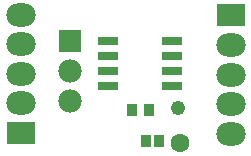
<source format=gts>
G04*
G04 #@! TF.GenerationSoftware,Altium Limited,CircuitMaker,2.2.1 (2.2.1.6)*
G04*
G04 Layer_Color=20142*
%FSLAX24Y24*%
%MOIN*%
G70*
G04*
G04 #@! TF.SameCoordinates,CDB163E5-030E-4182-BE1C-8E83F9AF5388*
G04*
G04*
G04 #@! TF.FilePolarity,Negative*
G04*
G01*
G75*
%ADD18R,0.0690X0.0316*%
%ADD19R,0.0356X0.0415*%
%ADD20R,0.0336X0.0434*%
%ADD21C,0.0480*%
%ADD22O,0.0980X0.0780*%
%ADD23R,0.0980X0.0780*%
%ADD24R,0.0780X0.0780*%
%ADD25C,0.0780*%
%ADD26C,0.0630*%
D18*
X15424Y13500D02*
D03*
X15424Y13000D02*
D03*
X15424Y12500D02*
D03*
X15424Y12000D02*
D03*
X17550Y13500D02*
D03*
X17550Y13000D02*
D03*
X17550Y12500D02*
D03*
X17550Y12000D02*
D03*
D19*
X16674Y10150D02*
D03*
X17126Y10150D02*
D03*
D20*
X16776Y11200D02*
D03*
X16224Y11200D02*
D03*
D21*
X17750Y11250D02*
D03*
D22*
X12500Y12400D02*
D03*
X12500Y11416D02*
D03*
X12500Y13384D02*
D03*
X12500Y14369D02*
D03*
X19500Y12375D02*
D03*
X19500Y13359D02*
D03*
X19500Y11391D02*
D03*
X19500Y10407D02*
D03*
D23*
X12500Y10431D02*
D03*
X19500Y14344D02*
D03*
D24*
X14150Y13500D02*
D03*
D25*
X14150Y11500D02*
D03*
X14150Y12500D02*
D03*
D26*
X17800Y10100D02*
D03*
M02*

</source>
